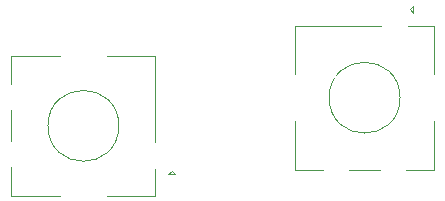
<source format=gto>
G04 #@! TF.GenerationSoftware,KiCad,Pcbnew,(5.1.10-1-10_14)*
G04 #@! TF.CreationDate,2021-09-12T14:18:21+10:00*
G04 #@! TF.ProjectId,pcb,7063622e-6b69-4636-9164-5f7063625858,rev?*
G04 #@! TF.SameCoordinates,Original*
G04 #@! TF.FileFunction,Legend,Top*
G04 #@! TF.FilePolarity,Positive*
%FSLAX46Y46*%
G04 Gerber Fmt 4.6, Leading zero omitted, Abs format (unit mm)*
G04 Created by KiCad (PCBNEW (5.1.10-1-10_14)) date 2021-09-12 14:18:21*
%MOMM*%
%LPD*%
G01*
G04 APERTURE LIST*
%ADD10C,0.120000*%
%ADD11O,3.400000X3.400000*%
%ADD12C,3.000000*%
%ADD13C,3.987800*%
%ADD14C,1.750000*%
%ADD15C,3.048000*%
%ADD16O,1.750000X1.200000*%
%ADD17O,1.700000X1.700000*%
%ADD18R,1.700000X1.700000*%
%ADD19C,0.787400*%
%ADD20C,2.000000*%
%ADD21R,2.000000X3.200000*%
%ADD22R,2.000000X2.000000*%
%ADD23R,3.200000X2.000000*%
%ADD24C,0.650000*%
%ADD25O,2.100000X1.000000*%
%ADD26O,1.600000X1.000000*%
%ADD27C,0.900000*%
G04 APERTURE END LIST*
D10*
X138112500Y-28075000D02*
X138112500Y-29075000D01*
X138612500Y-28575000D02*
X137612500Y-28575000D01*
X134612500Y-34675000D02*
X132212500Y-34675000D01*
X139412500Y-34675000D02*
X136812500Y-34675000D01*
X144012500Y-34675000D02*
X141612500Y-34675000D01*
X142212500Y-21375000D02*
X141912500Y-21075000D01*
X142212500Y-20775000D02*
X142212500Y-21375000D01*
X141912500Y-21075000D02*
X142212500Y-20775000D01*
X144012500Y-22475000D02*
X132212500Y-22475000D01*
X144012500Y-26575000D02*
X144012500Y-22475000D01*
X132212500Y-26575000D02*
X132212500Y-22475000D01*
X132212500Y-34675000D02*
X132212500Y-30575000D01*
X144012500Y-30575000D02*
X144012500Y-34675000D01*
X141112500Y-28575000D02*
G75*
G03*
X141112500Y-28575000I-3000000J0D01*
G01*
X114800000Y-30956250D02*
X113800000Y-30956250D01*
X114300000Y-31456250D02*
X114300000Y-30456250D01*
X108200000Y-27456250D02*
X108200000Y-25056250D01*
X108200000Y-32256250D02*
X108200000Y-29656250D01*
X108200000Y-36856250D02*
X108200000Y-34456250D01*
X121500000Y-35056250D02*
X121800000Y-34756250D01*
X122100000Y-35056250D02*
X121500000Y-35056250D01*
X121800000Y-34756250D02*
X122100000Y-35056250D01*
X120400000Y-36856250D02*
X120400000Y-25056250D01*
X116300000Y-36856250D02*
X120400000Y-36856250D01*
X116300000Y-25056250D02*
X120400000Y-25056250D01*
X108200000Y-25056250D02*
X112300000Y-25056250D01*
X112300000Y-36856250D02*
X108200000Y-36856250D01*
X117300000Y-30956250D02*
G75*
G03*
X117300000Y-30956250I-3000000J0D01*
G01*
%LPC*%
D11*
X246062500Y-46656250D03*
X246062500Y-42656250D03*
X6350000Y-42656250D03*
X6350000Y-46656250D03*
D12*
X119380000Y-93027500D03*
D13*
X114300000Y-90487500D03*
D12*
X116840000Y-86677500D03*
D14*
X114300000Y-85407500D03*
X114300000Y-95567500D03*
X5080000Y-119062500D03*
X-5080000Y-119062500D03*
D12*
X-3810000Y-116522500D03*
D13*
X0Y-119062500D03*
D12*
X2540000Y-113982500D03*
D14*
X162242500Y-57150000D03*
X152082500Y-57150000D03*
D12*
X153352500Y-54610000D03*
D13*
X157162500Y-57150000D03*
D12*
X159702500Y-52070000D03*
X140652500Y-80645000D03*
D13*
X138112500Y-85725000D03*
D12*
X134302500Y-83185000D03*
D14*
X133032500Y-85725000D03*
X143192500Y-85725000D03*
D15*
X131127500Y-73787000D03*
D13*
X146367500Y-73787000D03*
X146367500Y-97663000D03*
D15*
X131127500Y-97663000D03*
D14*
X43180000Y-73818750D03*
X33020000Y-73818750D03*
D12*
X34290000Y-71278750D03*
D13*
X38100000Y-73818750D03*
D12*
X40640000Y-68738750D03*
D16*
X256381250Y-43656250D03*
G36*
G01*
X257006251Y-46256250D02*
X255756249Y-46256250D01*
G75*
G02*
X255506250Y-46006251I0J249999D01*
G01*
X255506250Y-45306249D01*
G75*
G02*
X255756249Y-45056250I249999J0D01*
G01*
X257006251Y-45056250D01*
G75*
G02*
X257256250Y-45306249I0J-249999D01*
G01*
X257256250Y-46006251D01*
G75*
G02*
X257006251Y-46256250I-249999J0D01*
G01*
G37*
X-3968750Y-45656250D03*
G36*
G01*
X-4593751Y-43056250D02*
X-3343749Y-43056250D01*
G75*
G02*
X-3093750Y-43306249I0J-249999D01*
G01*
X-3093750Y-44006251D01*
G75*
G02*
X-3343749Y-44256250I-249999J0D01*
G01*
X-4593751Y-44256250D01*
G75*
G02*
X-4843750Y-44006251I0J249999D01*
G01*
X-4843750Y-43306249D01*
G75*
G02*
X-4593751Y-43056250I249999J0D01*
G01*
G37*
D17*
X200501250Y-100012500D03*
X197961250Y-100012500D03*
X195421250Y-100012500D03*
D18*
X192881250Y-100012500D03*
D19*
X97790000Y-8985250D03*
X96520000Y-8985250D03*
X92710000Y-8985250D03*
X93980000Y-8985250D03*
X95250000Y-8985250D03*
X92710000Y-10858500D03*
X93980000Y-10858500D03*
X97790000Y-10858500D03*
X96520000Y-10858500D03*
X95250000Y-10858500D03*
D14*
X5080000Y0D03*
X-5080000Y0D03*
D12*
X-3810000Y2540000D03*
D13*
X0Y0D03*
D12*
X2540000Y5080000D03*
D19*
X19050000Y-8985250D03*
X17780000Y-8985250D03*
X16510000Y-8985250D03*
X20320000Y-8985250D03*
X21590000Y-8985250D03*
D14*
X24130000Y-19050000D03*
X13970000Y-19050000D03*
D12*
X15240000Y-16510000D03*
D13*
X19050000Y-19050000D03*
D12*
X21590000Y-13970000D03*
D14*
X181292500Y2381250D03*
X171132500Y2381250D03*
D12*
X172402500Y4921250D03*
D13*
X176212500Y2381250D03*
D12*
X178752500Y7461250D03*
D19*
X233362500Y-10858500D03*
X234632500Y-10858500D03*
X235902500Y-10858500D03*
X232092500Y-10858500D03*
X230822500Y-10858500D03*
D14*
X219392500Y-73818750D03*
X209232500Y-73818750D03*
D12*
X210502500Y-71278750D03*
D13*
X214312500Y-73818750D03*
D12*
X216852500Y-68738750D03*
D14*
X257492500Y-76200000D03*
X247332500Y-76200000D03*
D12*
X248602500Y-73660000D03*
D13*
X252412500Y-76200000D03*
D12*
X254952500Y-71120000D03*
D14*
X228282500Y-100012500D03*
X238442500Y-100012500D03*
D12*
X237172500Y-102552500D03*
D13*
X233362500Y-100012500D03*
D12*
X230822500Y-105092500D03*
D14*
X219392500Y-119062500D03*
X209232500Y-119062500D03*
D12*
X210502500Y-116522500D03*
D13*
X214312500Y-119062500D03*
D12*
X216852500Y-113982500D03*
D14*
X257492500Y-119062500D03*
X247332500Y-119062500D03*
D12*
X248602500Y-116522500D03*
D13*
X252412500Y-119062500D03*
D12*
X254952500Y-113982500D03*
D19*
X19050000Y-85979000D03*
X17780000Y-85979000D03*
X16510000Y-85979000D03*
X20320000Y-85979000D03*
X21590000Y-85979000D03*
X19050000Y-91027250D03*
X20320000Y-91027250D03*
X21590000Y-91027250D03*
X17780000Y-91027250D03*
X16510000Y-91027250D03*
X233362500Y-85979000D03*
X232092500Y-85979000D03*
X230822500Y-85979000D03*
X234632500Y-85979000D03*
X235902500Y-85979000D03*
X233362500Y-91027250D03*
X234632500Y-91027250D03*
X235902500Y-91027250D03*
X232092500Y-91027250D03*
X230822500Y-91027250D03*
D20*
X135612500Y-35575000D03*
X140612500Y-35575000D03*
D21*
X132512500Y-28575000D03*
X143712500Y-28575000D03*
D20*
X135612500Y-21075000D03*
X138112500Y-21075000D03*
D22*
X140612500Y-21075000D03*
D20*
X107300000Y-28456250D03*
X107300000Y-33456250D03*
D23*
X114300000Y-25356250D03*
X114300000Y-36556250D03*
D20*
X121800000Y-28456250D03*
X121800000Y-30956250D03*
D22*
X121800000Y-33456250D03*
D19*
X145097500Y-109283500D03*
X146367500Y-109283500D03*
X150177500Y-109283500D03*
X148907500Y-109283500D03*
X147637500Y-109283500D03*
X150177500Y-105029000D03*
X148907500Y-105029000D03*
X145097500Y-105029000D03*
X146367500Y-105029000D03*
X147637500Y-105029000D03*
D14*
X183673750Y-116681250D03*
X173513750Y-116681250D03*
D12*
X174783750Y-114141250D03*
D13*
X178593750Y-116681250D03*
D12*
X181133750Y-111601250D03*
D14*
X157162500Y-116363750D03*
X157162500Y-126523750D03*
D12*
X154622500Y-125253750D03*
D13*
X157162500Y-121443750D03*
D12*
X152082500Y-118903750D03*
D14*
X138112500Y-116363750D03*
X138112500Y-126523750D03*
D12*
X135572500Y-125253750D03*
D13*
X138112500Y-121443750D03*
D12*
X133032500Y-118903750D03*
D19*
X104775000Y-105029000D03*
X103505000Y-105029000D03*
X102235000Y-105029000D03*
X106045000Y-105029000D03*
X107315000Y-105029000D03*
X104775000Y-109283500D03*
X106045000Y-109283500D03*
X107315000Y-109283500D03*
X103505000Y-109283500D03*
X102235000Y-109283500D03*
X235902500Y-8985250D03*
X234632500Y-8985250D03*
X230822500Y-8985250D03*
X232092500Y-8985250D03*
X233362500Y-8985250D03*
X154622500Y-10858500D03*
X155892500Y-10858500D03*
X159702500Y-10858500D03*
X158432500Y-10858500D03*
X157162500Y-10858500D03*
X159702500Y-8985250D03*
X158432500Y-8985250D03*
X154622500Y-8985250D03*
X155892500Y-8985250D03*
X157162500Y-8985250D03*
X16510000Y-10858500D03*
X17780000Y-10858500D03*
X21590000Y-10858500D03*
X20320000Y-10858500D03*
X19050000Y-10858500D03*
X124079000Y-32385000D03*
X124079000Y-33655000D03*
X124079000Y-37465000D03*
X124079000Y-36195000D03*
X124079000Y-34925000D03*
X128333500Y-37465000D03*
X128333500Y-36195000D03*
X128333500Y-32385000D03*
X128333500Y-33655000D03*
X128333500Y-34925000D03*
X128333500Y-91440000D03*
X128333500Y-90170000D03*
X128333500Y-86360000D03*
X128333500Y-87630000D03*
X128333500Y-88900000D03*
X124079000Y-86360000D03*
X124079000Y-87630000D03*
X124079000Y-91440000D03*
X124079000Y-90170000D03*
X124079000Y-88900000D03*
D14*
X114300000Y-126523750D03*
X114300000Y-116363750D03*
D12*
X116840000Y-117633750D03*
D13*
X114300000Y-121443750D03*
D12*
X119380000Y-123983750D03*
D14*
X95250000Y-126523750D03*
X95250000Y-116363750D03*
D12*
X97790000Y-117633750D03*
D13*
X95250000Y-121443750D03*
D12*
X100330000Y-123983750D03*
D14*
X78898750Y-116681250D03*
X68738750Y-116681250D03*
D12*
X70008750Y-114141250D03*
D13*
X73818750Y-116681250D03*
D12*
X76358750Y-111601250D03*
D14*
X119380000Y-9525000D03*
X109220000Y-9525000D03*
D12*
X110490000Y-6985000D03*
D13*
X114300000Y-9525000D03*
D12*
X116840000Y-4445000D03*
D13*
X180943250Y-84613750D03*
X204819250Y-84613750D03*
D15*
X180943250Y-99853750D03*
X204819250Y-99853750D03*
D14*
X197961250Y-92868750D03*
X187801250Y-92868750D03*
D12*
X189071250Y-90328750D03*
D13*
X192881250Y-92868750D03*
D12*
X195421250Y-87788750D03*
D14*
X200342500Y-71437500D03*
X190182500Y-71437500D03*
D12*
X191452500Y-68897500D03*
D13*
X195262500Y-71437500D03*
D12*
X197802500Y-66357500D03*
X133032500Y-49847500D03*
D13*
X138112500Y-52387500D03*
D12*
X135572500Y-56197500D03*
D14*
X138112500Y-57467500D03*
X138112500Y-47307500D03*
X114300000Y-64611250D03*
X114300000Y-54451250D03*
D12*
X116840000Y-55721250D03*
D13*
X114300000Y-59531250D03*
D12*
X119380000Y-62071250D03*
D14*
X114300000Y-36036250D03*
X114300000Y-25876250D03*
D12*
X116840000Y-27146250D03*
D13*
X114300000Y-30956250D03*
D12*
X119380000Y-33496250D03*
D13*
X52355750Y-84613750D03*
X76231750Y-84613750D03*
D15*
X52355750Y-99853750D03*
X76231750Y-99853750D03*
D14*
X69373750Y-92868750D03*
X59213750Y-92868750D03*
D12*
X60483750Y-90328750D03*
D13*
X64293750Y-92868750D03*
D12*
X66833750Y-87788750D03*
D24*
X257275000Y-28290000D03*
X257275000Y-22510000D03*
D25*
X256745000Y-21080000D03*
X256745000Y-29720000D03*
D26*
X260925000Y-21080000D03*
X260925000Y-29720000D03*
D24*
X-4862500Y-22510000D03*
X-4862500Y-28290000D03*
D25*
X-4332500Y-29720000D03*
X-4332500Y-21080000D03*
D26*
X-8512500Y-29720000D03*
X-8512500Y-21080000D03*
D14*
X257492500Y-57150000D03*
X247332500Y-57150000D03*
D12*
X248602500Y-54610000D03*
D13*
X252412500Y-57150000D03*
D12*
X254952500Y-52070000D03*
D14*
X257492500Y-38100000D03*
X247332500Y-38100000D03*
D12*
X248602500Y-35560000D03*
D13*
X252412500Y-38100000D03*
D12*
X254952500Y-33020000D03*
D14*
X257492500Y-19050000D03*
X247332500Y-19050000D03*
D12*
X248602500Y-16510000D03*
D13*
X252412500Y-19050000D03*
D12*
X254952500Y-13970000D03*
D14*
X257492500Y0D03*
X247332500Y0D03*
D12*
X248602500Y2540000D03*
D13*
X252412500Y0D03*
D12*
X254952500Y5080000D03*
D14*
X238442500Y-76200000D03*
X228282500Y-76200000D03*
D12*
X229552500Y-73660000D03*
D13*
X233362500Y-76200000D03*
D12*
X235902500Y-71120000D03*
D14*
X238442500Y-57150000D03*
X228282500Y-57150000D03*
D12*
X229552500Y-54610000D03*
D13*
X233362500Y-57150000D03*
D12*
X235902500Y-52070000D03*
D14*
X238442500Y-38100000D03*
X228282500Y-38100000D03*
D12*
X229552500Y-35560000D03*
D13*
X233362500Y-38100000D03*
D12*
X235902500Y-33020000D03*
D14*
X238442500Y-19050000D03*
X228282500Y-19050000D03*
D12*
X229552500Y-16510000D03*
D13*
X233362500Y-19050000D03*
D12*
X235902500Y-13970000D03*
D14*
X238442500Y0D03*
X228282500Y0D03*
D12*
X229552500Y2540000D03*
D13*
X233362500Y0D03*
D12*
X235902500Y5080000D03*
D14*
X219392500Y-54768750D03*
X209232500Y-54768750D03*
D12*
X210502500Y-52228750D03*
D13*
X214312500Y-54768750D03*
D12*
X216852500Y-49688750D03*
D14*
X219392500Y-35718750D03*
X209232500Y-35718750D03*
D12*
X210502500Y-33178750D03*
D13*
X214312500Y-35718750D03*
D12*
X216852500Y-30638750D03*
D14*
X219392500Y-16668750D03*
X209232500Y-16668750D03*
D12*
X210502500Y-14128750D03*
D13*
X214312500Y-16668750D03*
D12*
X216852500Y-11588750D03*
D14*
X219392500Y2381250D03*
X209232500Y2381250D03*
D12*
X210502500Y4921250D03*
D13*
X214312500Y2381250D03*
D12*
X216852500Y7461250D03*
D14*
X200342500Y-52387500D03*
X190182500Y-52387500D03*
D12*
X191452500Y-49847500D03*
D13*
X195262500Y-52387500D03*
D12*
X197802500Y-47307500D03*
D14*
X200342500Y-33337500D03*
X190182500Y-33337500D03*
D12*
X191452500Y-30797500D03*
D13*
X195262500Y-33337500D03*
D12*
X197802500Y-28257500D03*
D14*
X200342500Y-14287500D03*
X190182500Y-14287500D03*
D12*
X191452500Y-11747500D03*
D13*
X195262500Y-14287500D03*
D12*
X197802500Y-9207500D03*
D14*
X200342500Y4762500D03*
X190182500Y4762500D03*
D12*
X191452500Y7302500D03*
D13*
X195262500Y4762500D03*
D12*
X197802500Y9842500D03*
D14*
X181292500Y-73818750D03*
X171132500Y-73818750D03*
D12*
X172402500Y-71278750D03*
D13*
X176212500Y-73818750D03*
D12*
X178752500Y-68738750D03*
D14*
X181292500Y-54768750D03*
X171132500Y-54768750D03*
D12*
X172402500Y-52228750D03*
D13*
X176212500Y-54768750D03*
D12*
X178752500Y-49688750D03*
D14*
X181292500Y-35718750D03*
X171132500Y-35718750D03*
D12*
X172402500Y-33178750D03*
D13*
X176212500Y-35718750D03*
D12*
X178752500Y-30638750D03*
D14*
X181292500Y-16668750D03*
X171132500Y-16668750D03*
D12*
X172402500Y-14128750D03*
D13*
X176212500Y-16668750D03*
D12*
X178752500Y-11588750D03*
D14*
X238442500Y-119062500D03*
X228282500Y-119062500D03*
D12*
X229552500Y-116522500D03*
D13*
X233362500Y-119062500D03*
D12*
X235902500Y-113982500D03*
D14*
X162242500Y-95250000D03*
X152082500Y-95250000D03*
D12*
X153352500Y-92710000D03*
D13*
X157162500Y-95250000D03*
D12*
X159702500Y-90170000D03*
D14*
X162242500Y-76200000D03*
X152082500Y-76200000D03*
D12*
X153352500Y-73660000D03*
D13*
X157162500Y-76200000D03*
D12*
X159702500Y-71120000D03*
D14*
X162242500Y-38100000D03*
X152082500Y-38100000D03*
D12*
X153352500Y-35560000D03*
D13*
X157162500Y-38100000D03*
D12*
X159702500Y-33020000D03*
D14*
X162242500Y-19050000D03*
X152082500Y-19050000D03*
D12*
X153352500Y-16510000D03*
D13*
X157162500Y-19050000D03*
D12*
X159702500Y-13970000D03*
D14*
X162242500Y0D03*
X152082500Y0D03*
D12*
X153352500Y2540000D03*
D13*
X157162500Y0D03*
D12*
X159702500Y5080000D03*
D14*
X143192500Y-28575000D03*
X133032500Y-28575000D03*
D12*
X134302500Y-26035000D03*
D13*
X138112500Y-28575000D03*
D12*
X140652500Y-23495000D03*
D14*
X143192500Y-9525000D03*
X133032500Y-9525000D03*
D12*
X134302500Y-6985000D03*
D13*
X138112500Y-9525000D03*
D12*
X140652500Y-4445000D03*
D27*
X255675000Y-83673750D03*
X258675000Y-83673750D03*
D14*
X100330000Y-95250000D03*
X90170000Y-95250000D03*
D12*
X91440000Y-92710000D03*
D13*
X95250000Y-95250000D03*
D12*
X97790000Y-90170000D03*
D27*
X-6262500Y-83673750D03*
X-3262500Y-83673750D03*
D14*
X100330000Y-76200000D03*
X90170000Y-76200000D03*
D12*
X91440000Y-73660000D03*
D13*
X95250000Y-76200000D03*
D12*
X97790000Y-71120000D03*
D14*
X100330000Y-57150000D03*
X90170000Y-57150000D03*
D12*
X91440000Y-54610000D03*
D13*
X95250000Y-57150000D03*
D12*
X97790000Y-52070000D03*
D14*
X100330000Y-38100000D03*
X90170000Y-38100000D03*
D12*
X91440000Y-35560000D03*
D13*
X95250000Y-38100000D03*
D12*
X97790000Y-33020000D03*
D14*
X100330000Y-19050000D03*
X90170000Y-19050000D03*
D12*
X91440000Y-16510000D03*
D13*
X95250000Y-19050000D03*
D12*
X97790000Y-13970000D03*
D14*
X100330000Y0D03*
X90170000Y0D03*
D12*
X91440000Y2540000D03*
D13*
X95250000Y0D03*
D12*
X97790000Y5080000D03*
D14*
X81280000Y-73818750D03*
X71120000Y-73818750D03*
D12*
X72390000Y-71278750D03*
D13*
X76200000Y-73818750D03*
D12*
X78740000Y-68738750D03*
D14*
X81280000Y-54768750D03*
X71120000Y-54768750D03*
D12*
X72390000Y-52228750D03*
D13*
X76200000Y-54768750D03*
D12*
X78740000Y-49688750D03*
D14*
X81280000Y-35718750D03*
X71120000Y-35718750D03*
D12*
X72390000Y-33178750D03*
D13*
X76200000Y-35718750D03*
D12*
X78740000Y-30638750D03*
D14*
X81280000Y-16668750D03*
X71120000Y-16668750D03*
D12*
X72390000Y-14128750D03*
D13*
X76200000Y-16668750D03*
D12*
X78740000Y-11588750D03*
D14*
X81280000Y2381250D03*
X71120000Y2381250D03*
D12*
X72390000Y4921250D03*
D13*
X76200000Y2381250D03*
D12*
X78740000Y7461250D03*
D14*
X62230000Y-71437500D03*
X52070000Y-71437500D03*
D12*
X53340000Y-68897500D03*
D13*
X57150000Y-71437500D03*
D12*
X59690000Y-66357500D03*
D14*
X62230000Y-52387500D03*
X52070000Y-52387500D03*
D12*
X53340000Y-49847500D03*
D13*
X57150000Y-52387500D03*
D12*
X59690000Y-47307500D03*
D14*
X62230000Y-33337500D03*
X52070000Y-33337500D03*
D12*
X53340000Y-30797500D03*
D13*
X57150000Y-33337500D03*
D12*
X59690000Y-28257500D03*
D14*
X62230000Y-14287500D03*
X52070000Y-14287500D03*
D12*
X53340000Y-11747500D03*
D13*
X57150000Y-14287500D03*
D12*
X59690000Y-9207500D03*
D14*
X62230000Y4762500D03*
X52070000Y4762500D03*
D12*
X53340000Y7302500D03*
D13*
X57150000Y4762500D03*
D12*
X59690000Y9842500D03*
D14*
X43180000Y-54768750D03*
X33020000Y-54768750D03*
D12*
X34290000Y-52228750D03*
D13*
X38100000Y-54768750D03*
D12*
X40640000Y-49688750D03*
D14*
X43180000Y-35718750D03*
X33020000Y-35718750D03*
D12*
X34290000Y-33178750D03*
D13*
X38100000Y-35718750D03*
D12*
X40640000Y-30638750D03*
D14*
X43180000Y-16668750D03*
X33020000Y-16668750D03*
D12*
X34290000Y-14128750D03*
D13*
X38100000Y-16668750D03*
D12*
X40640000Y-11588750D03*
D14*
X43180000Y2381250D03*
X33020000Y2381250D03*
D12*
X34290000Y4921250D03*
D13*
X38100000Y2381250D03*
D12*
X40640000Y7461250D03*
D14*
X43180000Y-119062500D03*
X33020000Y-119062500D03*
D12*
X34290000Y-116522500D03*
D13*
X38100000Y-119062500D03*
D12*
X40640000Y-113982500D03*
D14*
X24130000Y-76200000D03*
X13970000Y-76200000D03*
D12*
X15240000Y-73660000D03*
D13*
X19050000Y-76200000D03*
D12*
X21590000Y-71120000D03*
D14*
X24130000Y-57150000D03*
X13970000Y-57150000D03*
D12*
X15240000Y-54610000D03*
D13*
X19050000Y-57150000D03*
D12*
X21590000Y-52070000D03*
D14*
X24130000Y-38100000D03*
X13970000Y-38100000D03*
D12*
X15240000Y-35560000D03*
D13*
X19050000Y-38100000D03*
D12*
X21590000Y-33020000D03*
D14*
X24130000Y0D03*
X13970000Y0D03*
D12*
X15240000Y2540000D03*
D13*
X19050000Y0D03*
D12*
X21590000Y5080000D03*
D14*
X24130000Y-119062500D03*
X13970000Y-119062500D03*
D12*
X15240000Y-116522500D03*
D13*
X19050000Y-119062500D03*
D12*
X21590000Y-113982500D03*
D14*
X13970000Y-100012500D03*
X24130000Y-100012500D03*
D12*
X22860000Y-102552500D03*
D13*
X19050000Y-100012500D03*
D12*
X16510000Y-105092500D03*
D14*
X5080000Y-76200000D03*
X-5080000Y-76200000D03*
D12*
X-3810000Y-73660000D03*
D13*
X0Y-76200000D03*
D12*
X2540000Y-71120000D03*
D14*
X5080000Y-57150000D03*
X-5080000Y-57150000D03*
D12*
X-3810000Y-54610000D03*
D13*
X0Y-57150000D03*
D12*
X2540000Y-52070000D03*
D14*
X5080000Y-38100000D03*
X-5080000Y-38100000D03*
D12*
X-3810000Y-35560000D03*
D13*
X0Y-38100000D03*
D12*
X2540000Y-33020000D03*
D14*
X5080000Y-19050000D03*
X-5080000Y-19050000D03*
D12*
X-3810000Y-16510000D03*
D13*
X0Y-19050000D03*
D12*
X2540000Y-13970000D03*
D17*
X56673750Y-100012500D03*
X59213750Y-100012500D03*
X61753750Y-100012500D03*
D18*
X64293750Y-100012500D03*
M02*

</source>
